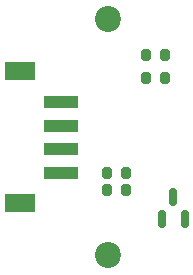
<source format=gbr>
%TF.GenerationSoftware,KiCad,Pcbnew,9.0.3*%
%TF.CreationDate,2025-07-12T02:05:34+02:00*%
%TF.ProjectId,ialed,69616c65-642e-46b6-9963-61645f706362,rev?*%
%TF.SameCoordinates,Original*%
%TF.FileFunction,Soldermask,Top*%
%TF.FilePolarity,Negative*%
%FSLAX46Y46*%
G04 Gerber Fmt 4.6, Leading zero omitted, Abs format (unit mm)*
G04 Created by KiCad (PCBNEW 9.0.3) date 2025-07-12 02:05:34*
%MOMM*%
%LPD*%
G01*
G04 APERTURE LIST*
G04 Aperture macros list*
%AMRoundRect*
0 Rectangle with rounded corners*
0 $1 Rounding radius*
0 $2 $3 $4 $5 $6 $7 $8 $9 X,Y pos of 4 corners*
0 Add a 4 corners polygon primitive as box body*
4,1,4,$2,$3,$4,$5,$6,$7,$8,$9,$2,$3,0*
0 Add four circle primitives for the rounded corners*
1,1,$1+$1,$2,$3*
1,1,$1+$1,$4,$5*
1,1,$1+$1,$6,$7*
1,1,$1+$1,$8,$9*
0 Add four rect primitives between the rounded corners*
20,1,$1+$1,$2,$3,$4,$5,0*
20,1,$1+$1,$4,$5,$6,$7,0*
20,1,$1+$1,$6,$7,$8,$9,0*
20,1,$1+$1,$8,$9,$2,$3,0*%
G04 Aperture macros list end*
%ADD10RoundRect,0.200000X-0.200000X-0.275000X0.200000X-0.275000X0.200000X0.275000X-0.200000X0.275000X0*%
%ADD11C,2.200000*%
%ADD12RoundRect,0.200000X0.200000X0.275000X-0.200000X0.275000X-0.200000X-0.275000X0.200000X-0.275000X0*%
%ADD13RoundRect,0.150000X0.150000X-0.587500X0.150000X0.587500X-0.150000X0.587500X-0.150000X-0.587500X0*%
%ADD14R,3.000000X1.000000*%
%ADD15R,2.600000X1.550000*%
G04 APERTURE END LIST*
D10*
%TO.C,R4*%
X13175000Y-3000000D03*
X14825000Y-3000000D03*
%TD*%
D11*
%TO.C,H2*%
X10000000Y-20000000D03*
%TD*%
%TO.C,H1*%
X10000000Y0D03*
%TD*%
D12*
%TO.C,R3*%
X11500000Y-14500000D03*
X9850000Y-14500000D03*
%TD*%
D10*
%TO.C,R2*%
X9850000Y-13000000D03*
X11500000Y-13000000D03*
%TD*%
%TO.C,R1*%
X13175000Y-5000000D03*
X14825000Y-5000000D03*
%TD*%
D13*
%TO.C,Q1*%
X14550000Y-16937500D03*
X16450000Y-16937500D03*
X15500000Y-15062500D03*
%TD*%
D14*
%TO.C,G1*%
X6000000Y-13000000D03*
X6000000Y-11000000D03*
X6000000Y-9000000D03*
X6000000Y-7000000D03*
D15*
X2510840Y-15575000D03*
X2510840Y-4425000D03*
%TD*%
M02*

</source>
